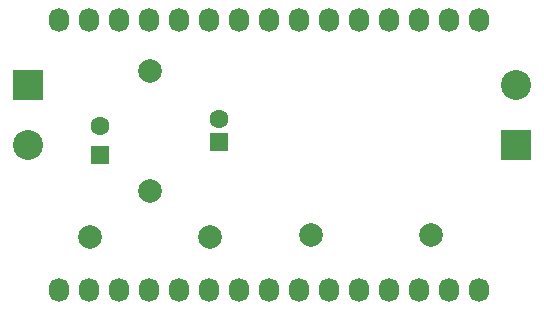
<source format=gbr>
G04 #@! TF.FileFunction,Copper,L1,Top,Signal*
%FSLAX46Y46*%
G04 Gerber Fmt 4.6, Leading zero omitted, Abs format (unit mm)*
G04 Created by KiCad (PCBNEW 4.0.2+dfsg1-stable) date sáb 03 jun 2017 08:22:58 CEST*
%MOMM*%
G01*
G04 APERTURE LIST*
%ADD10C,0.100000*%
%ADD11R,1.600000X1.600000*%
%ADD12C,1.600000*%
%ADD13R,2.540000X2.540000*%
%ADD14C,2.540000*%
%ADD15C,1.998980*%
%ADD16O,1.727200X2.032000*%
G04 APERTURE END LIST*
D10*
D11*
X120800000Y-101200000D03*
D12*
X120800000Y-99200000D03*
D13*
X145900000Y-101440000D03*
D14*
X145900000Y-96360000D03*
D13*
X104600000Y-96360000D03*
D14*
X104600000Y-101440000D03*
D15*
X138700000Y-109000000D03*
X128540000Y-109000000D03*
X120000000Y-109200000D03*
X109840000Y-109200000D03*
X114900000Y-105300000D03*
X114900000Y-95140000D03*
D16*
X107200000Y-90800000D03*
X109740000Y-90800000D03*
X112280000Y-90800000D03*
X114820000Y-90800000D03*
X117360000Y-90800000D03*
X119900000Y-90800000D03*
X122440000Y-90800000D03*
X124980000Y-90800000D03*
X127520000Y-90800000D03*
X130060000Y-90800000D03*
X132600000Y-90800000D03*
X135140000Y-90800000D03*
X137680000Y-90800000D03*
X140220000Y-90800000D03*
X142760000Y-90800000D03*
X107200000Y-113660000D03*
X137680000Y-113660000D03*
X140220000Y-113660000D03*
X135140000Y-113660000D03*
X119900000Y-113660000D03*
X117360000Y-113660000D03*
X122440000Y-113660000D03*
X142760000Y-113660000D03*
X127520000Y-113660000D03*
X124980000Y-113660000D03*
X130060000Y-113660000D03*
X132600000Y-113660000D03*
X112280000Y-113660000D03*
X114820000Y-113660000D03*
X109740000Y-113660000D03*
D11*
X110700000Y-102300000D03*
D12*
X110700000Y-99800000D03*
M02*

</source>
